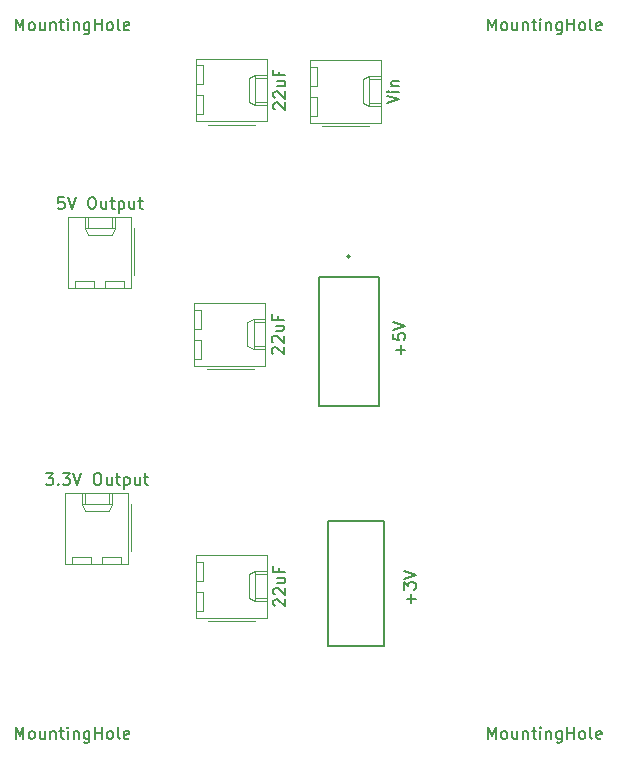
<source format=gbr>
%TF.GenerationSoftware,KiCad,Pcbnew,8.0.8*%
%TF.CreationDate,2025-04-15T11:04:33-05:00*%
%TF.ProjectId,PowerOnly,506f7765-724f-46e6-9c79-2e6b69636164,rev?*%
%TF.SameCoordinates,Original*%
%TF.FileFunction,Legend,Top*%
%TF.FilePolarity,Positive*%
%FSLAX46Y46*%
G04 Gerber Fmt 4.6, Leading zero omitted, Abs format (unit mm)*
G04 Created by KiCad (PCBNEW 8.0.8) date 2025-04-15 11:04:33*
%MOMM*%
%LPD*%
G01*
G04 APERTURE LIST*
%ADD10C,0.150000*%
%ADD11C,0.120000*%
%ADD12C,0.152400*%
G04 APERTURE END LIST*
D10*
X129310189Y-68780819D02*
X128833999Y-68780819D01*
X128833999Y-68780819D02*
X128786380Y-69257009D01*
X128786380Y-69257009D02*
X128833999Y-69209390D01*
X128833999Y-69209390D02*
X128929237Y-69161771D01*
X128929237Y-69161771D02*
X129167332Y-69161771D01*
X129167332Y-69161771D02*
X129262570Y-69209390D01*
X129262570Y-69209390D02*
X129310189Y-69257009D01*
X129310189Y-69257009D02*
X129357808Y-69352247D01*
X129357808Y-69352247D02*
X129357808Y-69590342D01*
X129357808Y-69590342D02*
X129310189Y-69685580D01*
X129310189Y-69685580D02*
X129262570Y-69733200D01*
X129262570Y-69733200D02*
X129167332Y-69780819D01*
X129167332Y-69780819D02*
X128929237Y-69780819D01*
X128929237Y-69780819D02*
X128833999Y-69733200D01*
X128833999Y-69733200D02*
X128786380Y-69685580D01*
X129643523Y-68780819D02*
X129976856Y-69780819D01*
X129976856Y-69780819D02*
X130310189Y-68780819D01*
X131595904Y-68780819D02*
X131786380Y-68780819D01*
X131786380Y-68780819D02*
X131881618Y-68828438D01*
X131881618Y-68828438D02*
X131976856Y-68923676D01*
X131976856Y-68923676D02*
X132024475Y-69114152D01*
X132024475Y-69114152D02*
X132024475Y-69447485D01*
X132024475Y-69447485D02*
X131976856Y-69637961D01*
X131976856Y-69637961D02*
X131881618Y-69733200D01*
X131881618Y-69733200D02*
X131786380Y-69780819D01*
X131786380Y-69780819D02*
X131595904Y-69780819D01*
X131595904Y-69780819D02*
X131500666Y-69733200D01*
X131500666Y-69733200D02*
X131405428Y-69637961D01*
X131405428Y-69637961D02*
X131357809Y-69447485D01*
X131357809Y-69447485D02*
X131357809Y-69114152D01*
X131357809Y-69114152D02*
X131405428Y-68923676D01*
X131405428Y-68923676D02*
X131500666Y-68828438D01*
X131500666Y-68828438D02*
X131595904Y-68780819D01*
X132881618Y-69114152D02*
X132881618Y-69780819D01*
X132453047Y-69114152D02*
X132453047Y-69637961D01*
X132453047Y-69637961D02*
X132500666Y-69733200D01*
X132500666Y-69733200D02*
X132595904Y-69780819D01*
X132595904Y-69780819D02*
X132738761Y-69780819D01*
X132738761Y-69780819D02*
X132833999Y-69733200D01*
X132833999Y-69733200D02*
X132881618Y-69685580D01*
X133214952Y-69114152D02*
X133595904Y-69114152D01*
X133357809Y-68780819D02*
X133357809Y-69637961D01*
X133357809Y-69637961D02*
X133405428Y-69733200D01*
X133405428Y-69733200D02*
X133500666Y-69780819D01*
X133500666Y-69780819D02*
X133595904Y-69780819D01*
X133929238Y-69114152D02*
X133929238Y-70114152D01*
X133929238Y-69161771D02*
X134024476Y-69114152D01*
X134024476Y-69114152D02*
X134214952Y-69114152D01*
X134214952Y-69114152D02*
X134310190Y-69161771D01*
X134310190Y-69161771D02*
X134357809Y-69209390D01*
X134357809Y-69209390D02*
X134405428Y-69304628D01*
X134405428Y-69304628D02*
X134405428Y-69590342D01*
X134405428Y-69590342D02*
X134357809Y-69685580D01*
X134357809Y-69685580D02*
X134310190Y-69733200D01*
X134310190Y-69733200D02*
X134214952Y-69780819D01*
X134214952Y-69780819D02*
X134024476Y-69780819D01*
X134024476Y-69780819D02*
X133929238Y-69733200D01*
X135262571Y-69114152D02*
X135262571Y-69780819D01*
X134834000Y-69114152D02*
X134834000Y-69637961D01*
X134834000Y-69637961D02*
X134881619Y-69733200D01*
X134881619Y-69733200D02*
X134976857Y-69780819D01*
X134976857Y-69780819D02*
X135119714Y-69780819D01*
X135119714Y-69780819D02*
X135214952Y-69733200D01*
X135214952Y-69733200D02*
X135262571Y-69685580D01*
X135595905Y-69114152D02*
X135976857Y-69114152D01*
X135738762Y-68780819D02*
X135738762Y-69637961D01*
X135738762Y-69637961D02*
X135786381Y-69733200D01*
X135786381Y-69733200D02*
X135881619Y-69780819D01*
X135881619Y-69780819D02*
X135976857Y-69780819D01*
X127770476Y-92148819D02*
X128389523Y-92148819D01*
X128389523Y-92148819D02*
X128056190Y-92529771D01*
X128056190Y-92529771D02*
X128199047Y-92529771D01*
X128199047Y-92529771D02*
X128294285Y-92577390D01*
X128294285Y-92577390D02*
X128341904Y-92625009D01*
X128341904Y-92625009D02*
X128389523Y-92720247D01*
X128389523Y-92720247D02*
X128389523Y-92958342D01*
X128389523Y-92958342D02*
X128341904Y-93053580D01*
X128341904Y-93053580D02*
X128294285Y-93101200D01*
X128294285Y-93101200D02*
X128199047Y-93148819D01*
X128199047Y-93148819D02*
X127913333Y-93148819D01*
X127913333Y-93148819D02*
X127818095Y-93101200D01*
X127818095Y-93101200D02*
X127770476Y-93053580D01*
X128818095Y-93053580D02*
X128865714Y-93101200D01*
X128865714Y-93101200D02*
X128818095Y-93148819D01*
X128818095Y-93148819D02*
X128770476Y-93101200D01*
X128770476Y-93101200D02*
X128818095Y-93053580D01*
X128818095Y-93053580D02*
X128818095Y-93148819D01*
X129199047Y-92148819D02*
X129818094Y-92148819D01*
X129818094Y-92148819D02*
X129484761Y-92529771D01*
X129484761Y-92529771D02*
X129627618Y-92529771D01*
X129627618Y-92529771D02*
X129722856Y-92577390D01*
X129722856Y-92577390D02*
X129770475Y-92625009D01*
X129770475Y-92625009D02*
X129818094Y-92720247D01*
X129818094Y-92720247D02*
X129818094Y-92958342D01*
X129818094Y-92958342D02*
X129770475Y-93053580D01*
X129770475Y-93053580D02*
X129722856Y-93101200D01*
X129722856Y-93101200D02*
X129627618Y-93148819D01*
X129627618Y-93148819D02*
X129341904Y-93148819D01*
X129341904Y-93148819D02*
X129246666Y-93101200D01*
X129246666Y-93101200D02*
X129199047Y-93053580D01*
X130103809Y-92148819D02*
X130437142Y-93148819D01*
X130437142Y-93148819D02*
X130770475Y-92148819D01*
X132056190Y-92148819D02*
X132246666Y-92148819D01*
X132246666Y-92148819D02*
X132341904Y-92196438D01*
X132341904Y-92196438D02*
X132437142Y-92291676D01*
X132437142Y-92291676D02*
X132484761Y-92482152D01*
X132484761Y-92482152D02*
X132484761Y-92815485D01*
X132484761Y-92815485D02*
X132437142Y-93005961D01*
X132437142Y-93005961D02*
X132341904Y-93101200D01*
X132341904Y-93101200D02*
X132246666Y-93148819D01*
X132246666Y-93148819D02*
X132056190Y-93148819D01*
X132056190Y-93148819D02*
X131960952Y-93101200D01*
X131960952Y-93101200D02*
X131865714Y-93005961D01*
X131865714Y-93005961D02*
X131818095Y-92815485D01*
X131818095Y-92815485D02*
X131818095Y-92482152D01*
X131818095Y-92482152D02*
X131865714Y-92291676D01*
X131865714Y-92291676D02*
X131960952Y-92196438D01*
X131960952Y-92196438D02*
X132056190Y-92148819D01*
X133341904Y-92482152D02*
X133341904Y-93148819D01*
X132913333Y-92482152D02*
X132913333Y-93005961D01*
X132913333Y-93005961D02*
X132960952Y-93101200D01*
X132960952Y-93101200D02*
X133056190Y-93148819D01*
X133056190Y-93148819D02*
X133199047Y-93148819D01*
X133199047Y-93148819D02*
X133294285Y-93101200D01*
X133294285Y-93101200D02*
X133341904Y-93053580D01*
X133675238Y-92482152D02*
X134056190Y-92482152D01*
X133818095Y-92148819D02*
X133818095Y-93005961D01*
X133818095Y-93005961D02*
X133865714Y-93101200D01*
X133865714Y-93101200D02*
X133960952Y-93148819D01*
X133960952Y-93148819D02*
X134056190Y-93148819D01*
X134389524Y-92482152D02*
X134389524Y-93482152D01*
X134389524Y-92529771D02*
X134484762Y-92482152D01*
X134484762Y-92482152D02*
X134675238Y-92482152D01*
X134675238Y-92482152D02*
X134770476Y-92529771D01*
X134770476Y-92529771D02*
X134818095Y-92577390D01*
X134818095Y-92577390D02*
X134865714Y-92672628D01*
X134865714Y-92672628D02*
X134865714Y-92958342D01*
X134865714Y-92958342D02*
X134818095Y-93053580D01*
X134818095Y-93053580D02*
X134770476Y-93101200D01*
X134770476Y-93101200D02*
X134675238Y-93148819D01*
X134675238Y-93148819D02*
X134484762Y-93148819D01*
X134484762Y-93148819D02*
X134389524Y-93101200D01*
X135722857Y-92482152D02*
X135722857Y-93148819D01*
X135294286Y-92482152D02*
X135294286Y-93005961D01*
X135294286Y-93005961D02*
X135341905Y-93101200D01*
X135341905Y-93101200D02*
X135437143Y-93148819D01*
X135437143Y-93148819D02*
X135580000Y-93148819D01*
X135580000Y-93148819D02*
X135675238Y-93101200D01*
X135675238Y-93101200D02*
X135722857Y-93053580D01*
X136056191Y-92482152D02*
X136437143Y-92482152D01*
X136199048Y-92148819D02*
X136199048Y-93005961D01*
X136199048Y-93005961D02*
X136246667Y-93101200D01*
X136246667Y-93101200D02*
X136341905Y-93148819D01*
X136341905Y-93148819D02*
X136437143Y-93148819D01*
X125214285Y-114654819D02*
X125214285Y-113654819D01*
X125214285Y-113654819D02*
X125547618Y-114369104D01*
X125547618Y-114369104D02*
X125880951Y-113654819D01*
X125880951Y-113654819D02*
X125880951Y-114654819D01*
X126499999Y-114654819D02*
X126404761Y-114607200D01*
X126404761Y-114607200D02*
X126357142Y-114559580D01*
X126357142Y-114559580D02*
X126309523Y-114464342D01*
X126309523Y-114464342D02*
X126309523Y-114178628D01*
X126309523Y-114178628D02*
X126357142Y-114083390D01*
X126357142Y-114083390D02*
X126404761Y-114035771D01*
X126404761Y-114035771D02*
X126499999Y-113988152D01*
X126499999Y-113988152D02*
X126642856Y-113988152D01*
X126642856Y-113988152D02*
X126738094Y-114035771D01*
X126738094Y-114035771D02*
X126785713Y-114083390D01*
X126785713Y-114083390D02*
X126833332Y-114178628D01*
X126833332Y-114178628D02*
X126833332Y-114464342D01*
X126833332Y-114464342D02*
X126785713Y-114559580D01*
X126785713Y-114559580D02*
X126738094Y-114607200D01*
X126738094Y-114607200D02*
X126642856Y-114654819D01*
X126642856Y-114654819D02*
X126499999Y-114654819D01*
X127690475Y-113988152D02*
X127690475Y-114654819D01*
X127261904Y-113988152D02*
X127261904Y-114511961D01*
X127261904Y-114511961D02*
X127309523Y-114607200D01*
X127309523Y-114607200D02*
X127404761Y-114654819D01*
X127404761Y-114654819D02*
X127547618Y-114654819D01*
X127547618Y-114654819D02*
X127642856Y-114607200D01*
X127642856Y-114607200D02*
X127690475Y-114559580D01*
X128166666Y-113988152D02*
X128166666Y-114654819D01*
X128166666Y-114083390D02*
X128214285Y-114035771D01*
X128214285Y-114035771D02*
X128309523Y-113988152D01*
X128309523Y-113988152D02*
X128452380Y-113988152D01*
X128452380Y-113988152D02*
X128547618Y-114035771D01*
X128547618Y-114035771D02*
X128595237Y-114131009D01*
X128595237Y-114131009D02*
X128595237Y-114654819D01*
X128928571Y-113988152D02*
X129309523Y-113988152D01*
X129071428Y-113654819D02*
X129071428Y-114511961D01*
X129071428Y-114511961D02*
X129119047Y-114607200D01*
X129119047Y-114607200D02*
X129214285Y-114654819D01*
X129214285Y-114654819D02*
X129309523Y-114654819D01*
X129642857Y-114654819D02*
X129642857Y-113988152D01*
X129642857Y-113654819D02*
X129595238Y-113702438D01*
X129595238Y-113702438D02*
X129642857Y-113750057D01*
X129642857Y-113750057D02*
X129690476Y-113702438D01*
X129690476Y-113702438D02*
X129642857Y-113654819D01*
X129642857Y-113654819D02*
X129642857Y-113750057D01*
X130119047Y-113988152D02*
X130119047Y-114654819D01*
X130119047Y-114083390D02*
X130166666Y-114035771D01*
X130166666Y-114035771D02*
X130261904Y-113988152D01*
X130261904Y-113988152D02*
X130404761Y-113988152D01*
X130404761Y-113988152D02*
X130499999Y-114035771D01*
X130499999Y-114035771D02*
X130547618Y-114131009D01*
X130547618Y-114131009D02*
X130547618Y-114654819D01*
X131452380Y-113988152D02*
X131452380Y-114797676D01*
X131452380Y-114797676D02*
X131404761Y-114892914D01*
X131404761Y-114892914D02*
X131357142Y-114940533D01*
X131357142Y-114940533D02*
X131261904Y-114988152D01*
X131261904Y-114988152D02*
X131119047Y-114988152D01*
X131119047Y-114988152D02*
X131023809Y-114940533D01*
X131452380Y-114607200D02*
X131357142Y-114654819D01*
X131357142Y-114654819D02*
X131166666Y-114654819D01*
X131166666Y-114654819D02*
X131071428Y-114607200D01*
X131071428Y-114607200D02*
X131023809Y-114559580D01*
X131023809Y-114559580D02*
X130976190Y-114464342D01*
X130976190Y-114464342D02*
X130976190Y-114178628D01*
X130976190Y-114178628D02*
X131023809Y-114083390D01*
X131023809Y-114083390D02*
X131071428Y-114035771D01*
X131071428Y-114035771D02*
X131166666Y-113988152D01*
X131166666Y-113988152D02*
X131357142Y-113988152D01*
X131357142Y-113988152D02*
X131452380Y-114035771D01*
X131928571Y-114654819D02*
X131928571Y-113654819D01*
X131928571Y-114131009D02*
X132499999Y-114131009D01*
X132499999Y-114654819D02*
X132499999Y-113654819D01*
X133119047Y-114654819D02*
X133023809Y-114607200D01*
X133023809Y-114607200D02*
X132976190Y-114559580D01*
X132976190Y-114559580D02*
X132928571Y-114464342D01*
X132928571Y-114464342D02*
X132928571Y-114178628D01*
X132928571Y-114178628D02*
X132976190Y-114083390D01*
X132976190Y-114083390D02*
X133023809Y-114035771D01*
X133023809Y-114035771D02*
X133119047Y-113988152D01*
X133119047Y-113988152D02*
X133261904Y-113988152D01*
X133261904Y-113988152D02*
X133357142Y-114035771D01*
X133357142Y-114035771D02*
X133404761Y-114083390D01*
X133404761Y-114083390D02*
X133452380Y-114178628D01*
X133452380Y-114178628D02*
X133452380Y-114464342D01*
X133452380Y-114464342D02*
X133404761Y-114559580D01*
X133404761Y-114559580D02*
X133357142Y-114607200D01*
X133357142Y-114607200D02*
X133261904Y-114654819D01*
X133261904Y-114654819D02*
X133119047Y-114654819D01*
X134023809Y-114654819D02*
X133928571Y-114607200D01*
X133928571Y-114607200D02*
X133880952Y-114511961D01*
X133880952Y-114511961D02*
X133880952Y-113654819D01*
X134785714Y-114607200D02*
X134690476Y-114654819D01*
X134690476Y-114654819D02*
X134500000Y-114654819D01*
X134500000Y-114654819D02*
X134404762Y-114607200D01*
X134404762Y-114607200D02*
X134357143Y-114511961D01*
X134357143Y-114511961D02*
X134357143Y-114131009D01*
X134357143Y-114131009D02*
X134404762Y-114035771D01*
X134404762Y-114035771D02*
X134500000Y-113988152D01*
X134500000Y-113988152D02*
X134690476Y-113988152D01*
X134690476Y-113988152D02*
X134785714Y-114035771D01*
X134785714Y-114035771D02*
X134833333Y-114131009D01*
X134833333Y-114131009D02*
X134833333Y-114226247D01*
X134833333Y-114226247D02*
X134357143Y-114321485D01*
X165214285Y-114654819D02*
X165214285Y-113654819D01*
X165214285Y-113654819D02*
X165547618Y-114369104D01*
X165547618Y-114369104D02*
X165880951Y-113654819D01*
X165880951Y-113654819D02*
X165880951Y-114654819D01*
X166499999Y-114654819D02*
X166404761Y-114607200D01*
X166404761Y-114607200D02*
X166357142Y-114559580D01*
X166357142Y-114559580D02*
X166309523Y-114464342D01*
X166309523Y-114464342D02*
X166309523Y-114178628D01*
X166309523Y-114178628D02*
X166357142Y-114083390D01*
X166357142Y-114083390D02*
X166404761Y-114035771D01*
X166404761Y-114035771D02*
X166499999Y-113988152D01*
X166499999Y-113988152D02*
X166642856Y-113988152D01*
X166642856Y-113988152D02*
X166738094Y-114035771D01*
X166738094Y-114035771D02*
X166785713Y-114083390D01*
X166785713Y-114083390D02*
X166833332Y-114178628D01*
X166833332Y-114178628D02*
X166833332Y-114464342D01*
X166833332Y-114464342D02*
X166785713Y-114559580D01*
X166785713Y-114559580D02*
X166738094Y-114607200D01*
X166738094Y-114607200D02*
X166642856Y-114654819D01*
X166642856Y-114654819D02*
X166499999Y-114654819D01*
X167690475Y-113988152D02*
X167690475Y-114654819D01*
X167261904Y-113988152D02*
X167261904Y-114511961D01*
X167261904Y-114511961D02*
X167309523Y-114607200D01*
X167309523Y-114607200D02*
X167404761Y-114654819D01*
X167404761Y-114654819D02*
X167547618Y-114654819D01*
X167547618Y-114654819D02*
X167642856Y-114607200D01*
X167642856Y-114607200D02*
X167690475Y-114559580D01*
X168166666Y-113988152D02*
X168166666Y-114654819D01*
X168166666Y-114083390D02*
X168214285Y-114035771D01*
X168214285Y-114035771D02*
X168309523Y-113988152D01*
X168309523Y-113988152D02*
X168452380Y-113988152D01*
X168452380Y-113988152D02*
X168547618Y-114035771D01*
X168547618Y-114035771D02*
X168595237Y-114131009D01*
X168595237Y-114131009D02*
X168595237Y-114654819D01*
X168928571Y-113988152D02*
X169309523Y-113988152D01*
X169071428Y-113654819D02*
X169071428Y-114511961D01*
X169071428Y-114511961D02*
X169119047Y-114607200D01*
X169119047Y-114607200D02*
X169214285Y-114654819D01*
X169214285Y-114654819D02*
X169309523Y-114654819D01*
X169642857Y-114654819D02*
X169642857Y-113988152D01*
X169642857Y-113654819D02*
X169595238Y-113702438D01*
X169595238Y-113702438D02*
X169642857Y-113750057D01*
X169642857Y-113750057D02*
X169690476Y-113702438D01*
X169690476Y-113702438D02*
X169642857Y-113654819D01*
X169642857Y-113654819D02*
X169642857Y-113750057D01*
X170119047Y-113988152D02*
X170119047Y-114654819D01*
X170119047Y-114083390D02*
X170166666Y-114035771D01*
X170166666Y-114035771D02*
X170261904Y-113988152D01*
X170261904Y-113988152D02*
X170404761Y-113988152D01*
X170404761Y-113988152D02*
X170499999Y-114035771D01*
X170499999Y-114035771D02*
X170547618Y-114131009D01*
X170547618Y-114131009D02*
X170547618Y-114654819D01*
X171452380Y-113988152D02*
X171452380Y-114797676D01*
X171452380Y-114797676D02*
X171404761Y-114892914D01*
X171404761Y-114892914D02*
X171357142Y-114940533D01*
X171357142Y-114940533D02*
X171261904Y-114988152D01*
X171261904Y-114988152D02*
X171119047Y-114988152D01*
X171119047Y-114988152D02*
X171023809Y-114940533D01*
X171452380Y-114607200D02*
X171357142Y-114654819D01*
X171357142Y-114654819D02*
X171166666Y-114654819D01*
X171166666Y-114654819D02*
X171071428Y-114607200D01*
X171071428Y-114607200D02*
X171023809Y-114559580D01*
X171023809Y-114559580D02*
X170976190Y-114464342D01*
X170976190Y-114464342D02*
X170976190Y-114178628D01*
X170976190Y-114178628D02*
X171023809Y-114083390D01*
X171023809Y-114083390D02*
X171071428Y-114035771D01*
X171071428Y-114035771D02*
X171166666Y-113988152D01*
X171166666Y-113988152D02*
X171357142Y-113988152D01*
X171357142Y-113988152D02*
X171452380Y-114035771D01*
X171928571Y-114654819D02*
X171928571Y-113654819D01*
X171928571Y-114131009D02*
X172499999Y-114131009D01*
X172499999Y-114654819D02*
X172499999Y-113654819D01*
X173119047Y-114654819D02*
X173023809Y-114607200D01*
X173023809Y-114607200D02*
X172976190Y-114559580D01*
X172976190Y-114559580D02*
X172928571Y-114464342D01*
X172928571Y-114464342D02*
X172928571Y-114178628D01*
X172928571Y-114178628D02*
X172976190Y-114083390D01*
X172976190Y-114083390D02*
X173023809Y-114035771D01*
X173023809Y-114035771D02*
X173119047Y-113988152D01*
X173119047Y-113988152D02*
X173261904Y-113988152D01*
X173261904Y-113988152D02*
X173357142Y-114035771D01*
X173357142Y-114035771D02*
X173404761Y-114083390D01*
X173404761Y-114083390D02*
X173452380Y-114178628D01*
X173452380Y-114178628D02*
X173452380Y-114464342D01*
X173452380Y-114464342D02*
X173404761Y-114559580D01*
X173404761Y-114559580D02*
X173357142Y-114607200D01*
X173357142Y-114607200D02*
X173261904Y-114654819D01*
X173261904Y-114654819D02*
X173119047Y-114654819D01*
X174023809Y-114654819D02*
X173928571Y-114607200D01*
X173928571Y-114607200D02*
X173880952Y-114511961D01*
X173880952Y-114511961D02*
X173880952Y-113654819D01*
X174785714Y-114607200D02*
X174690476Y-114654819D01*
X174690476Y-114654819D02*
X174500000Y-114654819D01*
X174500000Y-114654819D02*
X174404762Y-114607200D01*
X174404762Y-114607200D02*
X174357143Y-114511961D01*
X174357143Y-114511961D02*
X174357143Y-114131009D01*
X174357143Y-114131009D02*
X174404762Y-114035771D01*
X174404762Y-114035771D02*
X174500000Y-113988152D01*
X174500000Y-113988152D02*
X174690476Y-113988152D01*
X174690476Y-113988152D02*
X174785714Y-114035771D01*
X174785714Y-114035771D02*
X174833333Y-114131009D01*
X174833333Y-114131009D02*
X174833333Y-114226247D01*
X174833333Y-114226247D02*
X174357143Y-114321485D01*
X165214285Y-54654819D02*
X165214285Y-53654819D01*
X165214285Y-53654819D02*
X165547618Y-54369104D01*
X165547618Y-54369104D02*
X165880951Y-53654819D01*
X165880951Y-53654819D02*
X165880951Y-54654819D01*
X166499999Y-54654819D02*
X166404761Y-54607200D01*
X166404761Y-54607200D02*
X166357142Y-54559580D01*
X166357142Y-54559580D02*
X166309523Y-54464342D01*
X166309523Y-54464342D02*
X166309523Y-54178628D01*
X166309523Y-54178628D02*
X166357142Y-54083390D01*
X166357142Y-54083390D02*
X166404761Y-54035771D01*
X166404761Y-54035771D02*
X166499999Y-53988152D01*
X166499999Y-53988152D02*
X166642856Y-53988152D01*
X166642856Y-53988152D02*
X166738094Y-54035771D01*
X166738094Y-54035771D02*
X166785713Y-54083390D01*
X166785713Y-54083390D02*
X166833332Y-54178628D01*
X166833332Y-54178628D02*
X166833332Y-54464342D01*
X166833332Y-54464342D02*
X166785713Y-54559580D01*
X166785713Y-54559580D02*
X166738094Y-54607200D01*
X166738094Y-54607200D02*
X166642856Y-54654819D01*
X166642856Y-54654819D02*
X166499999Y-54654819D01*
X167690475Y-53988152D02*
X167690475Y-54654819D01*
X167261904Y-53988152D02*
X167261904Y-54511961D01*
X167261904Y-54511961D02*
X167309523Y-54607200D01*
X167309523Y-54607200D02*
X167404761Y-54654819D01*
X167404761Y-54654819D02*
X167547618Y-54654819D01*
X167547618Y-54654819D02*
X167642856Y-54607200D01*
X167642856Y-54607200D02*
X167690475Y-54559580D01*
X168166666Y-53988152D02*
X168166666Y-54654819D01*
X168166666Y-54083390D02*
X168214285Y-54035771D01*
X168214285Y-54035771D02*
X168309523Y-53988152D01*
X168309523Y-53988152D02*
X168452380Y-53988152D01*
X168452380Y-53988152D02*
X168547618Y-54035771D01*
X168547618Y-54035771D02*
X168595237Y-54131009D01*
X168595237Y-54131009D02*
X168595237Y-54654819D01*
X168928571Y-53988152D02*
X169309523Y-53988152D01*
X169071428Y-53654819D02*
X169071428Y-54511961D01*
X169071428Y-54511961D02*
X169119047Y-54607200D01*
X169119047Y-54607200D02*
X169214285Y-54654819D01*
X169214285Y-54654819D02*
X169309523Y-54654819D01*
X169642857Y-54654819D02*
X169642857Y-53988152D01*
X169642857Y-53654819D02*
X169595238Y-53702438D01*
X169595238Y-53702438D02*
X169642857Y-53750057D01*
X169642857Y-53750057D02*
X169690476Y-53702438D01*
X169690476Y-53702438D02*
X169642857Y-53654819D01*
X169642857Y-53654819D02*
X169642857Y-53750057D01*
X170119047Y-53988152D02*
X170119047Y-54654819D01*
X170119047Y-54083390D02*
X170166666Y-54035771D01*
X170166666Y-54035771D02*
X170261904Y-53988152D01*
X170261904Y-53988152D02*
X170404761Y-53988152D01*
X170404761Y-53988152D02*
X170499999Y-54035771D01*
X170499999Y-54035771D02*
X170547618Y-54131009D01*
X170547618Y-54131009D02*
X170547618Y-54654819D01*
X171452380Y-53988152D02*
X171452380Y-54797676D01*
X171452380Y-54797676D02*
X171404761Y-54892914D01*
X171404761Y-54892914D02*
X171357142Y-54940533D01*
X171357142Y-54940533D02*
X171261904Y-54988152D01*
X171261904Y-54988152D02*
X171119047Y-54988152D01*
X171119047Y-54988152D02*
X171023809Y-54940533D01*
X171452380Y-54607200D02*
X171357142Y-54654819D01*
X171357142Y-54654819D02*
X171166666Y-54654819D01*
X171166666Y-54654819D02*
X171071428Y-54607200D01*
X171071428Y-54607200D02*
X171023809Y-54559580D01*
X171023809Y-54559580D02*
X170976190Y-54464342D01*
X170976190Y-54464342D02*
X170976190Y-54178628D01*
X170976190Y-54178628D02*
X171023809Y-54083390D01*
X171023809Y-54083390D02*
X171071428Y-54035771D01*
X171071428Y-54035771D02*
X171166666Y-53988152D01*
X171166666Y-53988152D02*
X171357142Y-53988152D01*
X171357142Y-53988152D02*
X171452380Y-54035771D01*
X171928571Y-54654819D02*
X171928571Y-53654819D01*
X171928571Y-54131009D02*
X172499999Y-54131009D01*
X172499999Y-54654819D02*
X172499999Y-53654819D01*
X173119047Y-54654819D02*
X173023809Y-54607200D01*
X173023809Y-54607200D02*
X172976190Y-54559580D01*
X172976190Y-54559580D02*
X172928571Y-54464342D01*
X172928571Y-54464342D02*
X172928571Y-54178628D01*
X172928571Y-54178628D02*
X172976190Y-54083390D01*
X172976190Y-54083390D02*
X173023809Y-54035771D01*
X173023809Y-54035771D02*
X173119047Y-53988152D01*
X173119047Y-53988152D02*
X173261904Y-53988152D01*
X173261904Y-53988152D02*
X173357142Y-54035771D01*
X173357142Y-54035771D02*
X173404761Y-54083390D01*
X173404761Y-54083390D02*
X173452380Y-54178628D01*
X173452380Y-54178628D02*
X173452380Y-54464342D01*
X173452380Y-54464342D02*
X173404761Y-54559580D01*
X173404761Y-54559580D02*
X173357142Y-54607200D01*
X173357142Y-54607200D02*
X173261904Y-54654819D01*
X173261904Y-54654819D02*
X173119047Y-54654819D01*
X174023809Y-54654819D02*
X173928571Y-54607200D01*
X173928571Y-54607200D02*
X173880952Y-54511961D01*
X173880952Y-54511961D02*
X173880952Y-53654819D01*
X174785714Y-54607200D02*
X174690476Y-54654819D01*
X174690476Y-54654819D02*
X174500000Y-54654819D01*
X174500000Y-54654819D02*
X174404762Y-54607200D01*
X174404762Y-54607200D02*
X174357143Y-54511961D01*
X174357143Y-54511961D02*
X174357143Y-54131009D01*
X174357143Y-54131009D02*
X174404762Y-54035771D01*
X174404762Y-54035771D02*
X174500000Y-53988152D01*
X174500000Y-53988152D02*
X174690476Y-53988152D01*
X174690476Y-53988152D02*
X174785714Y-54035771D01*
X174785714Y-54035771D02*
X174833333Y-54131009D01*
X174833333Y-54131009D02*
X174833333Y-54226247D01*
X174833333Y-54226247D02*
X174357143Y-54321485D01*
X125214285Y-54654819D02*
X125214285Y-53654819D01*
X125214285Y-53654819D02*
X125547618Y-54369104D01*
X125547618Y-54369104D02*
X125880951Y-53654819D01*
X125880951Y-53654819D02*
X125880951Y-54654819D01*
X126499999Y-54654819D02*
X126404761Y-54607200D01*
X126404761Y-54607200D02*
X126357142Y-54559580D01*
X126357142Y-54559580D02*
X126309523Y-54464342D01*
X126309523Y-54464342D02*
X126309523Y-54178628D01*
X126309523Y-54178628D02*
X126357142Y-54083390D01*
X126357142Y-54083390D02*
X126404761Y-54035771D01*
X126404761Y-54035771D02*
X126499999Y-53988152D01*
X126499999Y-53988152D02*
X126642856Y-53988152D01*
X126642856Y-53988152D02*
X126738094Y-54035771D01*
X126738094Y-54035771D02*
X126785713Y-54083390D01*
X126785713Y-54083390D02*
X126833332Y-54178628D01*
X126833332Y-54178628D02*
X126833332Y-54464342D01*
X126833332Y-54464342D02*
X126785713Y-54559580D01*
X126785713Y-54559580D02*
X126738094Y-54607200D01*
X126738094Y-54607200D02*
X126642856Y-54654819D01*
X126642856Y-54654819D02*
X126499999Y-54654819D01*
X127690475Y-53988152D02*
X127690475Y-54654819D01*
X127261904Y-53988152D02*
X127261904Y-54511961D01*
X127261904Y-54511961D02*
X127309523Y-54607200D01*
X127309523Y-54607200D02*
X127404761Y-54654819D01*
X127404761Y-54654819D02*
X127547618Y-54654819D01*
X127547618Y-54654819D02*
X127642856Y-54607200D01*
X127642856Y-54607200D02*
X127690475Y-54559580D01*
X128166666Y-53988152D02*
X128166666Y-54654819D01*
X128166666Y-54083390D02*
X128214285Y-54035771D01*
X128214285Y-54035771D02*
X128309523Y-53988152D01*
X128309523Y-53988152D02*
X128452380Y-53988152D01*
X128452380Y-53988152D02*
X128547618Y-54035771D01*
X128547618Y-54035771D02*
X128595237Y-54131009D01*
X128595237Y-54131009D02*
X128595237Y-54654819D01*
X128928571Y-53988152D02*
X129309523Y-53988152D01*
X129071428Y-53654819D02*
X129071428Y-54511961D01*
X129071428Y-54511961D02*
X129119047Y-54607200D01*
X129119047Y-54607200D02*
X129214285Y-54654819D01*
X129214285Y-54654819D02*
X129309523Y-54654819D01*
X129642857Y-54654819D02*
X129642857Y-53988152D01*
X129642857Y-53654819D02*
X129595238Y-53702438D01*
X129595238Y-53702438D02*
X129642857Y-53750057D01*
X129642857Y-53750057D02*
X129690476Y-53702438D01*
X129690476Y-53702438D02*
X129642857Y-53654819D01*
X129642857Y-53654819D02*
X129642857Y-53750057D01*
X130119047Y-53988152D02*
X130119047Y-54654819D01*
X130119047Y-54083390D02*
X130166666Y-54035771D01*
X130166666Y-54035771D02*
X130261904Y-53988152D01*
X130261904Y-53988152D02*
X130404761Y-53988152D01*
X130404761Y-53988152D02*
X130499999Y-54035771D01*
X130499999Y-54035771D02*
X130547618Y-54131009D01*
X130547618Y-54131009D02*
X130547618Y-54654819D01*
X131452380Y-53988152D02*
X131452380Y-54797676D01*
X131452380Y-54797676D02*
X131404761Y-54892914D01*
X131404761Y-54892914D02*
X131357142Y-54940533D01*
X131357142Y-54940533D02*
X131261904Y-54988152D01*
X131261904Y-54988152D02*
X131119047Y-54988152D01*
X131119047Y-54988152D02*
X131023809Y-54940533D01*
X131452380Y-54607200D02*
X131357142Y-54654819D01*
X131357142Y-54654819D02*
X131166666Y-54654819D01*
X131166666Y-54654819D02*
X131071428Y-54607200D01*
X131071428Y-54607200D02*
X131023809Y-54559580D01*
X131023809Y-54559580D02*
X130976190Y-54464342D01*
X130976190Y-54464342D02*
X130976190Y-54178628D01*
X130976190Y-54178628D02*
X131023809Y-54083390D01*
X131023809Y-54083390D02*
X131071428Y-54035771D01*
X131071428Y-54035771D02*
X131166666Y-53988152D01*
X131166666Y-53988152D02*
X131357142Y-53988152D01*
X131357142Y-53988152D02*
X131452380Y-54035771D01*
X131928571Y-54654819D02*
X131928571Y-53654819D01*
X131928571Y-54131009D02*
X132499999Y-54131009D01*
X132499999Y-54654819D02*
X132499999Y-53654819D01*
X133119047Y-54654819D02*
X133023809Y-54607200D01*
X133023809Y-54607200D02*
X132976190Y-54559580D01*
X132976190Y-54559580D02*
X132928571Y-54464342D01*
X132928571Y-54464342D02*
X132928571Y-54178628D01*
X132928571Y-54178628D02*
X132976190Y-54083390D01*
X132976190Y-54083390D02*
X133023809Y-54035771D01*
X133023809Y-54035771D02*
X133119047Y-53988152D01*
X133119047Y-53988152D02*
X133261904Y-53988152D01*
X133261904Y-53988152D02*
X133357142Y-54035771D01*
X133357142Y-54035771D02*
X133404761Y-54083390D01*
X133404761Y-54083390D02*
X133452380Y-54178628D01*
X133452380Y-54178628D02*
X133452380Y-54464342D01*
X133452380Y-54464342D02*
X133404761Y-54559580D01*
X133404761Y-54559580D02*
X133357142Y-54607200D01*
X133357142Y-54607200D02*
X133261904Y-54654819D01*
X133261904Y-54654819D02*
X133119047Y-54654819D01*
X134023809Y-54654819D02*
X133928571Y-54607200D01*
X133928571Y-54607200D02*
X133880952Y-54511961D01*
X133880952Y-54511961D02*
X133880952Y-53654819D01*
X134785714Y-54607200D02*
X134690476Y-54654819D01*
X134690476Y-54654819D02*
X134500000Y-54654819D01*
X134500000Y-54654819D02*
X134404762Y-54607200D01*
X134404762Y-54607200D02*
X134357143Y-54511961D01*
X134357143Y-54511961D02*
X134357143Y-54131009D01*
X134357143Y-54131009D02*
X134404762Y-54035771D01*
X134404762Y-54035771D02*
X134500000Y-53988152D01*
X134500000Y-53988152D02*
X134690476Y-53988152D01*
X134690476Y-53988152D02*
X134785714Y-54035771D01*
X134785714Y-54035771D02*
X134833333Y-54131009D01*
X134833333Y-54131009D02*
X134833333Y-54226247D01*
X134833333Y-54226247D02*
X134357143Y-54321485D01*
X158696866Y-103139713D02*
X158696866Y-102377809D01*
X159077819Y-102758761D02*
X158315914Y-102758761D01*
X158077819Y-101996856D02*
X158077819Y-101377809D01*
X158077819Y-101377809D02*
X158458771Y-101711142D01*
X158458771Y-101711142D02*
X158458771Y-101568285D01*
X158458771Y-101568285D02*
X158506390Y-101473047D01*
X158506390Y-101473047D02*
X158554009Y-101425428D01*
X158554009Y-101425428D02*
X158649247Y-101377809D01*
X158649247Y-101377809D02*
X158887342Y-101377809D01*
X158887342Y-101377809D02*
X158982580Y-101425428D01*
X158982580Y-101425428D02*
X159030200Y-101473047D01*
X159030200Y-101473047D02*
X159077819Y-101568285D01*
X159077819Y-101568285D02*
X159077819Y-101853999D01*
X159077819Y-101853999D02*
X159030200Y-101949237D01*
X159030200Y-101949237D02*
X158982580Y-101996856D01*
X158077819Y-101092094D02*
X159077819Y-100758761D01*
X159077819Y-100758761D02*
X158077819Y-100425428D01*
X157807866Y-82057713D02*
X157807866Y-81295809D01*
X158188819Y-81676761D02*
X157426914Y-81676761D01*
X157188819Y-80343428D02*
X157188819Y-80819618D01*
X157188819Y-80819618D02*
X157665009Y-80867237D01*
X157665009Y-80867237D02*
X157617390Y-80819618D01*
X157617390Y-80819618D02*
X157569771Y-80724380D01*
X157569771Y-80724380D02*
X157569771Y-80486285D01*
X157569771Y-80486285D02*
X157617390Y-80391047D01*
X157617390Y-80391047D02*
X157665009Y-80343428D01*
X157665009Y-80343428D02*
X157760247Y-80295809D01*
X157760247Y-80295809D02*
X157998342Y-80295809D01*
X157998342Y-80295809D02*
X158093580Y-80343428D01*
X158093580Y-80343428D02*
X158141200Y-80391047D01*
X158141200Y-80391047D02*
X158188819Y-80486285D01*
X158188819Y-80486285D02*
X158188819Y-80724380D01*
X158188819Y-80724380D02*
X158141200Y-80819618D01*
X158141200Y-80819618D02*
X158093580Y-80867237D01*
X157188819Y-80010094D02*
X158188819Y-79676761D01*
X158188819Y-79676761D02*
X157188819Y-79343428D01*
X156696819Y-60840808D02*
X157696819Y-60507475D01*
X157696819Y-60507475D02*
X156696819Y-60174142D01*
X157696819Y-59840808D02*
X157030152Y-59840808D01*
X156696819Y-59840808D02*
X156744438Y-59888427D01*
X156744438Y-59888427D02*
X156792057Y-59840808D01*
X156792057Y-59840808D02*
X156744438Y-59793189D01*
X156744438Y-59793189D02*
X156696819Y-59840808D01*
X156696819Y-59840808D02*
X156792057Y-59840808D01*
X157030152Y-59364618D02*
X157696819Y-59364618D01*
X157125390Y-59364618D02*
X157077771Y-59316999D01*
X157077771Y-59316999D02*
X157030152Y-59221761D01*
X157030152Y-59221761D02*
X157030152Y-59078904D01*
X157030152Y-59078904D02*
X157077771Y-58983666D01*
X157077771Y-58983666D02*
X157173009Y-58936047D01*
X157173009Y-58936047D02*
X157696819Y-58936047D01*
X147140057Y-103369856D02*
X147092438Y-103322237D01*
X147092438Y-103322237D02*
X147044819Y-103226999D01*
X147044819Y-103226999D02*
X147044819Y-102988904D01*
X147044819Y-102988904D02*
X147092438Y-102893666D01*
X147092438Y-102893666D02*
X147140057Y-102846047D01*
X147140057Y-102846047D02*
X147235295Y-102798428D01*
X147235295Y-102798428D02*
X147330533Y-102798428D01*
X147330533Y-102798428D02*
X147473390Y-102846047D01*
X147473390Y-102846047D02*
X148044819Y-103417475D01*
X148044819Y-103417475D02*
X148044819Y-102798428D01*
X147140057Y-102417475D02*
X147092438Y-102369856D01*
X147092438Y-102369856D02*
X147044819Y-102274618D01*
X147044819Y-102274618D02*
X147044819Y-102036523D01*
X147044819Y-102036523D02*
X147092438Y-101941285D01*
X147092438Y-101941285D02*
X147140057Y-101893666D01*
X147140057Y-101893666D02*
X147235295Y-101846047D01*
X147235295Y-101846047D02*
X147330533Y-101846047D01*
X147330533Y-101846047D02*
X147473390Y-101893666D01*
X147473390Y-101893666D02*
X148044819Y-102465094D01*
X148044819Y-102465094D02*
X148044819Y-101846047D01*
X147378152Y-100988904D02*
X148044819Y-100988904D01*
X147378152Y-101417475D02*
X147901961Y-101417475D01*
X147901961Y-101417475D02*
X147997200Y-101369856D01*
X147997200Y-101369856D02*
X148044819Y-101274618D01*
X148044819Y-101274618D02*
X148044819Y-101131761D01*
X148044819Y-101131761D02*
X147997200Y-101036523D01*
X147997200Y-101036523D02*
X147949580Y-100988904D01*
X147521009Y-100179380D02*
X147521009Y-100512713D01*
X148044819Y-100512713D02*
X147044819Y-100512713D01*
X147044819Y-100512713D02*
X147044819Y-100036523D01*
X147013057Y-82033856D02*
X146965438Y-81986237D01*
X146965438Y-81986237D02*
X146917819Y-81890999D01*
X146917819Y-81890999D02*
X146917819Y-81652904D01*
X146917819Y-81652904D02*
X146965438Y-81557666D01*
X146965438Y-81557666D02*
X147013057Y-81510047D01*
X147013057Y-81510047D02*
X147108295Y-81462428D01*
X147108295Y-81462428D02*
X147203533Y-81462428D01*
X147203533Y-81462428D02*
X147346390Y-81510047D01*
X147346390Y-81510047D02*
X147917819Y-82081475D01*
X147917819Y-82081475D02*
X147917819Y-81462428D01*
X147013057Y-81081475D02*
X146965438Y-81033856D01*
X146965438Y-81033856D02*
X146917819Y-80938618D01*
X146917819Y-80938618D02*
X146917819Y-80700523D01*
X146917819Y-80700523D02*
X146965438Y-80605285D01*
X146965438Y-80605285D02*
X147013057Y-80557666D01*
X147013057Y-80557666D02*
X147108295Y-80510047D01*
X147108295Y-80510047D02*
X147203533Y-80510047D01*
X147203533Y-80510047D02*
X147346390Y-80557666D01*
X147346390Y-80557666D02*
X147917819Y-81129094D01*
X147917819Y-81129094D02*
X147917819Y-80510047D01*
X147251152Y-79652904D02*
X147917819Y-79652904D01*
X147251152Y-80081475D02*
X147774961Y-80081475D01*
X147774961Y-80081475D02*
X147870200Y-80033856D01*
X147870200Y-80033856D02*
X147917819Y-79938618D01*
X147917819Y-79938618D02*
X147917819Y-79795761D01*
X147917819Y-79795761D02*
X147870200Y-79700523D01*
X147870200Y-79700523D02*
X147822580Y-79652904D01*
X147394009Y-78843380D02*
X147394009Y-79176713D01*
X147917819Y-79176713D02*
X146917819Y-79176713D01*
X146917819Y-79176713D02*
X146917819Y-78700523D01*
X147140057Y-61332856D02*
X147092438Y-61285237D01*
X147092438Y-61285237D02*
X147044819Y-61189999D01*
X147044819Y-61189999D02*
X147044819Y-60951904D01*
X147044819Y-60951904D02*
X147092438Y-60856666D01*
X147092438Y-60856666D02*
X147140057Y-60809047D01*
X147140057Y-60809047D02*
X147235295Y-60761428D01*
X147235295Y-60761428D02*
X147330533Y-60761428D01*
X147330533Y-60761428D02*
X147473390Y-60809047D01*
X147473390Y-60809047D02*
X148044819Y-61380475D01*
X148044819Y-61380475D02*
X148044819Y-60761428D01*
X147140057Y-60380475D02*
X147092438Y-60332856D01*
X147092438Y-60332856D02*
X147044819Y-60237618D01*
X147044819Y-60237618D02*
X147044819Y-59999523D01*
X147044819Y-59999523D02*
X147092438Y-59904285D01*
X147092438Y-59904285D02*
X147140057Y-59856666D01*
X147140057Y-59856666D02*
X147235295Y-59809047D01*
X147235295Y-59809047D02*
X147330533Y-59809047D01*
X147330533Y-59809047D02*
X147473390Y-59856666D01*
X147473390Y-59856666D02*
X148044819Y-60428094D01*
X148044819Y-60428094D02*
X148044819Y-59809047D01*
X147378152Y-58951904D02*
X148044819Y-58951904D01*
X147378152Y-59380475D02*
X147901961Y-59380475D01*
X147901961Y-59380475D02*
X147997200Y-59332856D01*
X147997200Y-59332856D02*
X148044819Y-59237618D01*
X148044819Y-59237618D02*
X148044819Y-59094761D01*
X148044819Y-59094761D02*
X147997200Y-58999523D01*
X147997200Y-58999523D02*
X147949580Y-58951904D01*
X147521009Y-58142380D02*
X147521009Y-58475713D01*
X148044819Y-58475713D02*
X147044819Y-58475713D01*
X147044819Y-58475713D02*
X147044819Y-57999523D01*
D11*
%TO.C,J3*%
X135274000Y-75406000D02*
X135274000Y-71406000D01*
X134984000Y-76436000D02*
X134984000Y-70416000D01*
X134984000Y-70416000D02*
X129684000Y-70416000D01*
X134404000Y-76436000D02*
X134404000Y-75836000D01*
X134404000Y-75836000D02*
X132804000Y-75836000D01*
X133604000Y-71416000D02*
X133354000Y-71946000D01*
X133604000Y-71416000D02*
X131064000Y-71416000D01*
X133604000Y-70416000D02*
X133604000Y-71416000D01*
X133354000Y-71946000D02*
X131314000Y-71946000D01*
X133354000Y-70416000D02*
X133354000Y-71416000D01*
X132804000Y-75836000D02*
X132804000Y-76436000D01*
X131864000Y-76436000D02*
X131864000Y-75836000D01*
X131864000Y-75836000D02*
X130264000Y-75836000D01*
X131314000Y-71946000D02*
X131064000Y-71416000D01*
X131314000Y-70416000D02*
X131314000Y-71416000D01*
X131064000Y-71416000D02*
X131064000Y-70416000D01*
X130264000Y-75836000D02*
X130264000Y-76436000D01*
X129684000Y-76436000D02*
X134984000Y-76436000D01*
X129684000Y-70416000D02*
X129684000Y-76436000D01*
%TO.C,J2*%
X135020000Y-98774000D02*
X135020000Y-94774000D01*
X134730000Y-99804000D02*
X134730000Y-93784000D01*
X134730000Y-93784000D02*
X129430000Y-93784000D01*
X134150000Y-99804000D02*
X134150000Y-99204000D01*
X134150000Y-99204000D02*
X132550000Y-99204000D01*
X133350000Y-94784000D02*
X133100000Y-95314000D01*
X133350000Y-94784000D02*
X130810000Y-94784000D01*
X133350000Y-93784000D02*
X133350000Y-94784000D01*
X133100000Y-95314000D02*
X131060000Y-95314000D01*
X133100000Y-93784000D02*
X133100000Y-94784000D01*
X132550000Y-99204000D02*
X132550000Y-99804000D01*
X131610000Y-99804000D02*
X131610000Y-99204000D01*
X131610000Y-99204000D02*
X130010000Y-99204000D01*
X131060000Y-95314000D02*
X130810000Y-94784000D01*
X131060000Y-93784000D02*
X131060000Y-94784000D01*
X130810000Y-94784000D02*
X130810000Y-93784000D01*
X130010000Y-99204000D02*
X130010000Y-99804000D01*
X129430000Y-99804000D02*
X134730000Y-99804000D01*
X129430000Y-93784000D02*
X129430000Y-99804000D01*
D12*
%TO.C,U2*%
X151701500Y-96202500D02*
X151701500Y-106743500D01*
X151701500Y-106743500D02*
X156400500Y-106743500D01*
X156400500Y-106743500D02*
X156400500Y-96202500D01*
X156400500Y-96202500D02*
X151701500Y-96202500D01*
%TO.C,U1*%
X153543000Y-73787000D02*
G75*
G02*
X153289000Y-73787000I-127000J0D01*
G01*
X153289000Y-73787000D02*
G75*
G02*
X153543000Y-73787000I127000J0D01*
G01*
X150876000Y-75565000D02*
X150876000Y-86487000D01*
X150876000Y-86487000D02*
X155956000Y-86487000D01*
X155956000Y-86487000D02*
X155956000Y-75565000D01*
X155956000Y-75565000D02*
X150876000Y-75565000D01*
D11*
%TO.C,J1*%
X151162000Y-62757000D02*
X155162000Y-62757000D01*
X150132000Y-62467000D02*
X156152000Y-62467000D01*
X156152000Y-62467000D02*
X156152000Y-57167000D01*
X150132000Y-61887000D02*
X150732000Y-61887000D01*
X150732000Y-61887000D02*
X150732000Y-60287000D01*
X155152000Y-61087000D02*
X154622000Y-60837000D01*
X155152000Y-61087000D02*
X155152000Y-58547000D01*
X156152000Y-61087000D02*
X155152000Y-61087000D01*
X154622000Y-60837000D02*
X154622000Y-58797000D01*
X156152000Y-60837000D02*
X155152000Y-60837000D01*
X150732000Y-60287000D02*
X150132000Y-60287000D01*
X150132000Y-59347000D02*
X150732000Y-59347000D01*
X150732000Y-59347000D02*
X150732000Y-57747000D01*
X154622000Y-58797000D02*
X155152000Y-58547000D01*
X156152000Y-58797000D02*
X155152000Y-58797000D01*
X155152000Y-58547000D02*
X156152000Y-58547000D01*
X150732000Y-57747000D02*
X150132000Y-57747000D01*
X150132000Y-57167000D02*
X150132000Y-62467000D01*
X156152000Y-57167000D02*
X150132000Y-57167000D01*
%TO.C,C3*%
X141510000Y-104667000D02*
X145510000Y-104667000D01*
X140480000Y-104377000D02*
X146500000Y-104377000D01*
X146500000Y-104377000D02*
X146500000Y-99077000D01*
X140480000Y-103797000D02*
X141080000Y-103797000D01*
X141080000Y-103797000D02*
X141080000Y-102197000D01*
X145500000Y-102997000D02*
X144970000Y-102747000D01*
X145500000Y-102997000D02*
X145500000Y-100457000D01*
X146500000Y-102997000D02*
X145500000Y-102997000D01*
X144970000Y-102747000D02*
X144970000Y-100707000D01*
X146500000Y-102747000D02*
X145500000Y-102747000D01*
X141080000Y-102197000D02*
X140480000Y-102197000D01*
X140480000Y-101257000D02*
X141080000Y-101257000D01*
X141080000Y-101257000D02*
X141080000Y-99657000D01*
X144970000Y-100707000D02*
X145500000Y-100457000D01*
X146500000Y-100707000D02*
X145500000Y-100707000D01*
X145500000Y-100457000D02*
X146500000Y-100457000D01*
X141080000Y-99657000D02*
X140480000Y-99657000D01*
X140480000Y-99077000D02*
X140480000Y-104377000D01*
X146500000Y-99077000D02*
X140480000Y-99077000D01*
%TO.C,C2*%
X141383000Y-83331000D02*
X145383000Y-83331000D01*
X140353000Y-83041000D02*
X146373000Y-83041000D01*
X146373000Y-83041000D02*
X146373000Y-77741000D01*
X140353000Y-82461000D02*
X140953000Y-82461000D01*
X140953000Y-82461000D02*
X140953000Y-80861000D01*
X145373000Y-81661000D02*
X144843000Y-81411000D01*
X145373000Y-81661000D02*
X145373000Y-79121000D01*
X146373000Y-81661000D02*
X145373000Y-81661000D01*
X144843000Y-81411000D02*
X144843000Y-79371000D01*
X146373000Y-81411000D02*
X145373000Y-81411000D01*
X140953000Y-80861000D02*
X140353000Y-80861000D01*
X140353000Y-79921000D02*
X140953000Y-79921000D01*
X140953000Y-79921000D02*
X140953000Y-78321000D01*
X144843000Y-79371000D02*
X145373000Y-79121000D01*
X146373000Y-79371000D02*
X145373000Y-79371000D01*
X145373000Y-79121000D02*
X146373000Y-79121000D01*
X140953000Y-78321000D02*
X140353000Y-78321000D01*
X140353000Y-77741000D02*
X140353000Y-83041000D01*
X146373000Y-77741000D02*
X140353000Y-77741000D01*
%TO.C,C1*%
X141510000Y-62630000D02*
X145510000Y-62630000D01*
X140480000Y-62340000D02*
X146500000Y-62340000D01*
X146500000Y-62340000D02*
X146500000Y-57040000D01*
X140480000Y-61760000D02*
X141080000Y-61760000D01*
X141080000Y-61760000D02*
X141080000Y-60160000D01*
X145500000Y-60960000D02*
X144970000Y-60710000D01*
X145500000Y-60960000D02*
X145500000Y-58420000D01*
X146500000Y-60960000D02*
X145500000Y-60960000D01*
X144970000Y-60710000D02*
X144970000Y-58670000D01*
X146500000Y-60710000D02*
X145500000Y-60710000D01*
X141080000Y-60160000D02*
X140480000Y-60160000D01*
X140480000Y-59220000D02*
X141080000Y-59220000D01*
X141080000Y-59220000D02*
X141080000Y-57620000D01*
X144970000Y-58670000D02*
X145500000Y-58420000D01*
X146500000Y-58670000D02*
X145500000Y-58670000D01*
X145500000Y-58420000D02*
X146500000Y-58420000D01*
X141080000Y-57620000D02*
X140480000Y-57620000D01*
X140480000Y-57040000D02*
X140480000Y-62340000D01*
X146500000Y-57040000D02*
X140480000Y-57040000D01*
%TD*%
M02*

</source>
